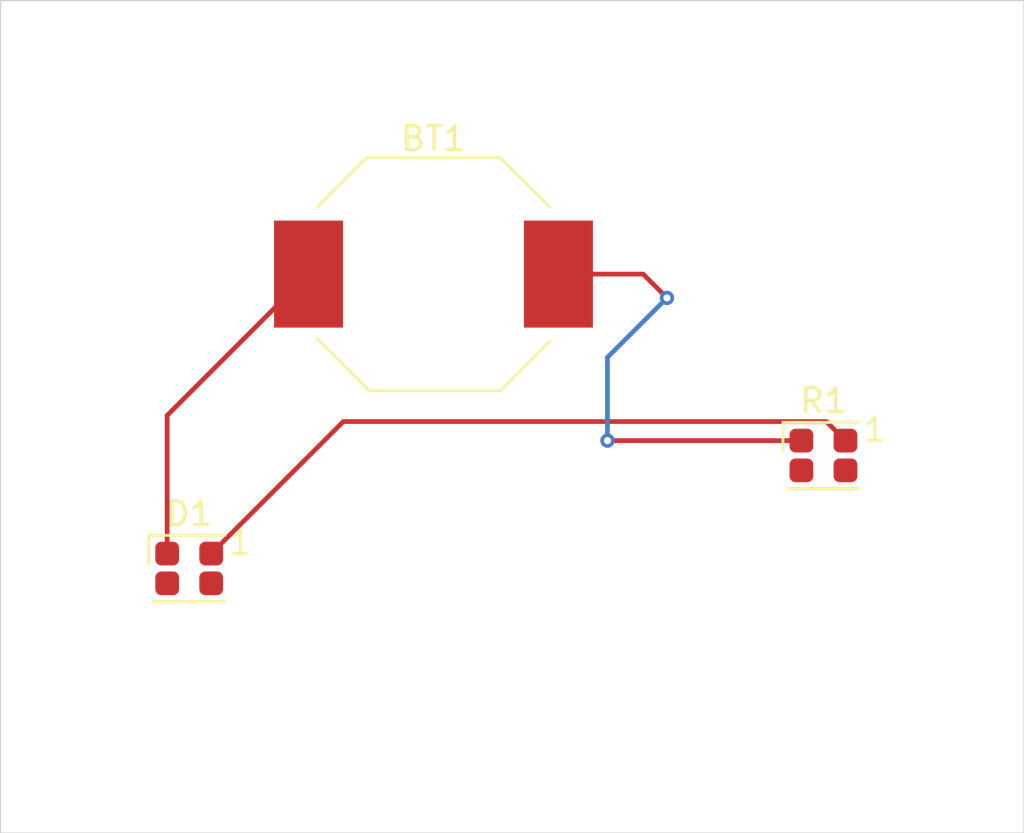
<source format=kicad_pcb>
(kicad_pcb (version 20240108) (generator "pcbnew") (generator_version "8.0")
  (title_block (title "Eder's Intro") (date "2024-10-29") (rev "1.0v") (company "Formula Slug"))
  (layers (0 "F.Cu" signal) (31 "B.Cu" signal) (34 "B.Paste" user) (35 "F.Paste" user) (36 "B.SilkS" user "B.Silkscreen") (37 "F.SilkS" user "F.Silkscreen") (38 "B.Mask" user) (39 "F.Mask" user) (44 "Edge.Cuts" user))
  (net 0 "")
  (net 1 "Net-(BT1-+)")
  (net 2 "Net-(D1-K)")
  (net 3 "Net-(BT1--)")
  (footprint "Inductor_SMD:L_Neosid_Ms95" (layer "F.Cu") (at 130.19 88.5)
    (property "Reference" "BT1" (at 0 -5.7 0) (layer "F.SilkS"))
    (property "Value" "Battery_Cell")
    (fp_line (start -4.9 -2.8) (end -2.8 -4.9) (stroke (width 0.12)) (layer "F.SilkS"))
    (fp_line (start -2.8 -4.9) (end 2.8 -4.9) (stroke (width 0.12)) (layer "F.SilkS"))
    (fp_line (start -2.7 4.9) (end -4.9 2.7) (stroke (width 0.12)) (layer "F.SilkS"))
    (fp_line (start -2.7 4.9) (end 2.8 4.9) (stroke (width 0.12)) (layer "F.SilkS"))
    (fp_line (start 2.8 -4.9) (end 4.9 -2.8) (stroke (width 0.12)) (layer "F.SilkS"))
    (fp_line (start 2.8 4.9) (end 4.9 2.8) (stroke (width 0.12)) (layer "F.SilkS"))
    (pad "1" smd rect (at -5.25 0) (size 2.9 4.5) (layers "F.Cu" "F.Paste" "F.Mask") (net 1 "Net-(BT1-+)"))
    (pad "2" smd rect (at 5.25 0) (size 2.9 4.5) (layers "F.Cu" "F.Paste" "F.Mask") (net 3 "Net-(BT1--)"))
  )
  (footprint "LED_SMD:LED_RGB_Lumex_SML-LXT0805SIUGUBW" (layer "F.Cu") (at 119.925 100.875)
    (property "Reference" "D1" (at 0 -2.3 0) (layer "F.SilkS"))
    (property "Value" "LED")
    (fp_line (start -1.7 -1.39) (end -1.7 -0.2) (stroke (width 0.12)) (layer "F.SilkS"))
    (fp_line (start 1.5 -1.39) (end -1.7 -1.39) (stroke (width 0.12)) (layer "F.SilkS"))
    (fp_line (start 1.5 1.39) (end -1.5 1.39) (stroke (width 0.12)) (layer "F.SilkS"))
    (fp_text user "1" (at 1.6 -0.5 0) (layer "F.SilkS") (effects (font (thickness 0.12)) (justify left bottom)))
    (pad "1" smd roundrect (at 0.925 -0.625 180) (size 1 1) (layers "F.Cu" "F.Paste" "F.Mask") (net 2 "Net-(D1-K)"))
    (pad "2" smd roundrect (at -0.925 -0.625 180) (size 1 1) (layers "F.Cu" "F.Paste" "F.Mask") (net 1 "Net-(BT1-+)"))
    (pad "3" smd roundrect (at -0.925 0.625 180) (size 1 1) (layers "F.Cu" "F.Paste" "F.Mask"))
    (pad "4" smd roundrect (at 0.925 0.625 180) (size 1 1) (layers "F.Cu" "F.Paste" "F.Mask"))
  )
  (footprint "LED_SMD:LED_RGB_Lumex_SML-LXT0805SIUGUBW" (layer "F.Cu") (at 146.575 96.125)
    (property "Reference" "R1" (at 0 -2.3 360) (layer "F.SilkS"))
    (property "Value" "R")
    (fp_line (start -1.7 -1.39) (end -1.7 -0.2) (stroke (width 0.12)) (layer "F.SilkS"))
    (fp_line (start 1.5 -1.39) (end -1.7 -1.39) (stroke (width 0.12)) (layer "F.SilkS"))
    (fp_line (start 1.5 1.39) (end -1.5 1.39) (stroke (width 0.12)) (layer "F.SilkS"))
    (fp_text user "1" (at 1.6 -0.5 0) (layer "F.SilkS") (effects (font (thickness 0.12)) (justify left bottom)))
    (pad "1" smd roundrect (at 0.925 -0.625 180) (size 1 1) (layers "F.Cu" "F.Paste" "F.Mask") (net 2 "Net-(D1-K)"))
    (pad "2" smd roundrect (at -0.925 -0.625 180) (size 1 1) (layers "F.Cu" "F.Paste" "F.Mask") (net 3 "Net-(BT1--)"))
    (pad "3" smd roundrect (at -0.925 0.625 180) (size 1 1) (layers "F.Cu" "F.Paste" "F.Mask"))
    (pad "4" smd roundrect (at 0.925 0.625 180) (size 1 1) (layers "F.Cu" "F.Paste" "F.Mask"))
  )
  (gr_rect (start 112 77) (end 155 112) (stroke (width 0.05)) (fill none) (layer "Edge.Cuts"))
  (segment (start 119 94.44) (end 124.94 88.5) (width 0.2) (layer "F.Cu") (net 1))
  (segment (start 119 100.25) (end 119 94.44) (width 0.2) (layer "F.Cu") (net 1))
  (segment (start 120.85 100.25) (end 126.4 94.7) (width 0.2) (layer "F.Cu") (net 2))
  (segment (start 146.7 94.7) (end 147.5 95.5) (width 0.2) (layer "F.Cu") (net 2))
  (segment (start 126.4 94.7) (end 146.7 94.7) (width 0.2) (layer "F.Cu") (net 2))
  (segment (start 145.65 95.5) (end 137.5 95.5) (width 0.2) (layer "F.Cu") (net 3))
  (segment (start 139 88.5) (end 135.44 88.5) (width 0.2) (layer "F.Cu") (net 3))
  (segment (start 140 89.5) (end 139 88.5) (width 0.2) (layer "F.Cu") (net 3))
  (via (at 140 89.5) (size 0.6) (drill 0.3) (layers "F.Cu" "B.Cu") (net 3))
  (via (at 137.5 95.5) (size 0.6) (drill 0.3) (layers "F.Cu" "B.Cu") (net 3))
  (segment (start 137.5 95.5) (end 137.5 92) (width 0.2) (layer "B.Cu") (net 3))
  (segment (start 137.5 92) (end 140 89.5) (width 0.2) (layer "B.Cu") (net 3))
)
</source>
